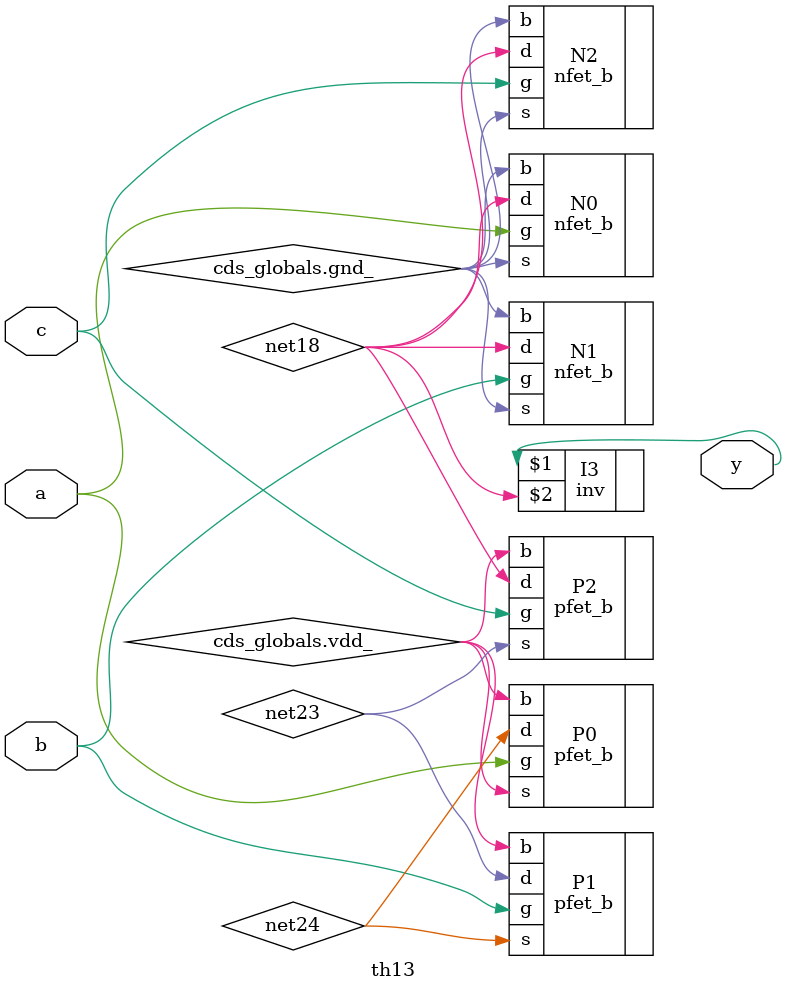
<source format=v>
`timescale 1ns / 1ns 

module th13 ( y, a, b, c );

output  y;

input  a, b, c;


specify 
    specparam CDS_LIBNAME  = "static";
    specparam CDS_CELLNAME = "th13";
    specparam CDS_VIEWNAME = "schematic";
endspecify

nfet_b  N2 ( .d(net18), .g(c), .s(cds_globals.gnd_),
     .b(cds_globals.gnd_));
nfet_b  N1 ( .d(net18), .g(b), .s(cds_globals.gnd_),
     .b(cds_globals.gnd_));
nfet_b  N0 ( .d(net18), .g(a), .s(cds_globals.gnd_),
     .b(cds_globals.gnd_));
pfet_b  P2 ( .b(cds_globals.vdd_), .g(c), .s(net23), .d(net18));
pfet_b  P1 ( .b(cds_globals.vdd_), .g(b), .s(net24), .d(net23));
pfet_b  P0 ( .b(cds_globals.vdd_), .g(a), .s(cds_globals.vdd_),
     .d(net24));
inv I3 ( y, net18);

endmodule

</source>
